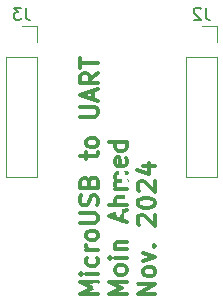
<source format=gbo>
G04 #@! TF.GenerationSoftware,KiCad,Pcbnew,8.0.4*
G04 #@! TF.CreationDate,2024-11-22T23:05:38-05:00*
G04 #@! TF.ProjectId,usb_to_uart_ft232rl,7573625f-746f-45f7-9561-72745f667432,rev?*
G04 #@! TF.SameCoordinates,Original*
G04 #@! TF.FileFunction,Legend,Bot*
G04 #@! TF.FilePolarity,Positive*
%FSLAX46Y46*%
G04 Gerber Fmt 4.6, Leading zero omitted, Abs format (unit mm)*
G04 Created by KiCad (PCBNEW 8.0.4) date 2024-11-22 23:05:38*
%MOMM*%
%LPD*%
G01*
G04 APERTURE LIST*
%ADD10C,0.300000*%
%ADD11C,0.150000*%
%ADD12C,0.120000*%
%ADD13R,1.700000X1.700000*%
%ADD14O,1.700000X1.700000*%
%ADD15C,0.600000*%
G04 APERTURE END LIST*
D10*
X106720996Y-61945489D02*
X105220996Y-61945489D01*
X105220996Y-61945489D02*
X106292425Y-61445489D01*
X106292425Y-61445489D02*
X105220996Y-60945489D01*
X105220996Y-60945489D02*
X106720996Y-60945489D01*
X106720996Y-60231203D02*
X105720996Y-60231203D01*
X105220996Y-60231203D02*
X105292425Y-60302631D01*
X105292425Y-60302631D02*
X105363853Y-60231203D01*
X105363853Y-60231203D02*
X105292425Y-60159774D01*
X105292425Y-60159774D02*
X105220996Y-60231203D01*
X105220996Y-60231203D02*
X105363853Y-60231203D01*
X106649568Y-58874060D02*
X106720996Y-59016917D01*
X106720996Y-59016917D02*
X106720996Y-59302631D01*
X106720996Y-59302631D02*
X106649568Y-59445488D01*
X106649568Y-59445488D02*
X106578139Y-59516917D01*
X106578139Y-59516917D02*
X106435282Y-59588345D01*
X106435282Y-59588345D02*
X106006710Y-59588345D01*
X106006710Y-59588345D02*
X105863853Y-59516917D01*
X105863853Y-59516917D02*
X105792425Y-59445488D01*
X105792425Y-59445488D02*
X105720996Y-59302631D01*
X105720996Y-59302631D02*
X105720996Y-59016917D01*
X105720996Y-59016917D02*
X105792425Y-58874060D01*
X106720996Y-58231203D02*
X105720996Y-58231203D01*
X106006710Y-58231203D02*
X105863853Y-58159774D01*
X105863853Y-58159774D02*
X105792425Y-58088346D01*
X105792425Y-58088346D02*
X105720996Y-57945488D01*
X105720996Y-57945488D02*
X105720996Y-57802631D01*
X106720996Y-57088346D02*
X106649568Y-57231203D01*
X106649568Y-57231203D02*
X106578139Y-57302632D01*
X106578139Y-57302632D02*
X106435282Y-57374060D01*
X106435282Y-57374060D02*
X106006710Y-57374060D01*
X106006710Y-57374060D02*
X105863853Y-57302632D01*
X105863853Y-57302632D02*
X105792425Y-57231203D01*
X105792425Y-57231203D02*
X105720996Y-57088346D01*
X105720996Y-57088346D02*
X105720996Y-56874060D01*
X105720996Y-56874060D02*
X105792425Y-56731203D01*
X105792425Y-56731203D02*
X105863853Y-56659775D01*
X105863853Y-56659775D02*
X106006710Y-56588346D01*
X106006710Y-56588346D02*
X106435282Y-56588346D01*
X106435282Y-56588346D02*
X106578139Y-56659775D01*
X106578139Y-56659775D02*
X106649568Y-56731203D01*
X106649568Y-56731203D02*
X106720996Y-56874060D01*
X106720996Y-56874060D02*
X106720996Y-57088346D01*
X105220996Y-55945489D02*
X106435282Y-55945489D01*
X106435282Y-55945489D02*
X106578139Y-55874060D01*
X106578139Y-55874060D02*
X106649568Y-55802632D01*
X106649568Y-55802632D02*
X106720996Y-55659774D01*
X106720996Y-55659774D02*
X106720996Y-55374060D01*
X106720996Y-55374060D02*
X106649568Y-55231203D01*
X106649568Y-55231203D02*
X106578139Y-55159774D01*
X106578139Y-55159774D02*
X106435282Y-55088346D01*
X106435282Y-55088346D02*
X105220996Y-55088346D01*
X106649568Y-54445488D02*
X106720996Y-54231203D01*
X106720996Y-54231203D02*
X106720996Y-53874060D01*
X106720996Y-53874060D02*
X106649568Y-53731203D01*
X106649568Y-53731203D02*
X106578139Y-53659774D01*
X106578139Y-53659774D02*
X106435282Y-53588345D01*
X106435282Y-53588345D02*
X106292425Y-53588345D01*
X106292425Y-53588345D02*
X106149568Y-53659774D01*
X106149568Y-53659774D02*
X106078139Y-53731203D01*
X106078139Y-53731203D02*
X106006710Y-53874060D01*
X106006710Y-53874060D02*
X105935282Y-54159774D01*
X105935282Y-54159774D02*
X105863853Y-54302631D01*
X105863853Y-54302631D02*
X105792425Y-54374060D01*
X105792425Y-54374060D02*
X105649568Y-54445488D01*
X105649568Y-54445488D02*
X105506710Y-54445488D01*
X105506710Y-54445488D02*
X105363853Y-54374060D01*
X105363853Y-54374060D02*
X105292425Y-54302631D01*
X105292425Y-54302631D02*
X105220996Y-54159774D01*
X105220996Y-54159774D02*
X105220996Y-53802631D01*
X105220996Y-53802631D02*
X105292425Y-53588345D01*
X105935282Y-52445489D02*
X106006710Y-52231203D01*
X106006710Y-52231203D02*
X106078139Y-52159774D01*
X106078139Y-52159774D02*
X106220996Y-52088346D01*
X106220996Y-52088346D02*
X106435282Y-52088346D01*
X106435282Y-52088346D02*
X106578139Y-52159774D01*
X106578139Y-52159774D02*
X106649568Y-52231203D01*
X106649568Y-52231203D02*
X106720996Y-52374060D01*
X106720996Y-52374060D02*
X106720996Y-52945489D01*
X106720996Y-52945489D02*
X105220996Y-52945489D01*
X105220996Y-52945489D02*
X105220996Y-52445489D01*
X105220996Y-52445489D02*
X105292425Y-52302632D01*
X105292425Y-52302632D02*
X105363853Y-52231203D01*
X105363853Y-52231203D02*
X105506710Y-52159774D01*
X105506710Y-52159774D02*
X105649568Y-52159774D01*
X105649568Y-52159774D02*
X105792425Y-52231203D01*
X105792425Y-52231203D02*
X105863853Y-52302632D01*
X105863853Y-52302632D02*
X105935282Y-52445489D01*
X105935282Y-52445489D02*
X105935282Y-52945489D01*
X105720996Y-50516917D02*
X105720996Y-49945489D01*
X105220996Y-50302632D02*
X106506710Y-50302632D01*
X106506710Y-50302632D02*
X106649568Y-50231203D01*
X106649568Y-50231203D02*
X106720996Y-50088346D01*
X106720996Y-50088346D02*
X106720996Y-49945489D01*
X106720996Y-49231203D02*
X106649568Y-49374060D01*
X106649568Y-49374060D02*
X106578139Y-49445489D01*
X106578139Y-49445489D02*
X106435282Y-49516917D01*
X106435282Y-49516917D02*
X106006710Y-49516917D01*
X106006710Y-49516917D02*
X105863853Y-49445489D01*
X105863853Y-49445489D02*
X105792425Y-49374060D01*
X105792425Y-49374060D02*
X105720996Y-49231203D01*
X105720996Y-49231203D02*
X105720996Y-49016917D01*
X105720996Y-49016917D02*
X105792425Y-48874060D01*
X105792425Y-48874060D02*
X105863853Y-48802632D01*
X105863853Y-48802632D02*
X106006710Y-48731203D01*
X106006710Y-48731203D02*
X106435282Y-48731203D01*
X106435282Y-48731203D02*
X106578139Y-48802632D01*
X106578139Y-48802632D02*
X106649568Y-48874060D01*
X106649568Y-48874060D02*
X106720996Y-49016917D01*
X106720996Y-49016917D02*
X106720996Y-49231203D01*
X105220996Y-46945489D02*
X106435282Y-46945489D01*
X106435282Y-46945489D02*
X106578139Y-46874060D01*
X106578139Y-46874060D02*
X106649568Y-46802632D01*
X106649568Y-46802632D02*
X106720996Y-46659774D01*
X106720996Y-46659774D02*
X106720996Y-46374060D01*
X106720996Y-46374060D02*
X106649568Y-46231203D01*
X106649568Y-46231203D02*
X106578139Y-46159774D01*
X106578139Y-46159774D02*
X106435282Y-46088346D01*
X106435282Y-46088346D02*
X105220996Y-46088346D01*
X106292425Y-45445488D02*
X106292425Y-44731203D01*
X106720996Y-45588345D02*
X105220996Y-45088345D01*
X105220996Y-45088345D02*
X106720996Y-44588345D01*
X106720996Y-43231203D02*
X106006710Y-43731203D01*
X106720996Y-44088346D02*
X105220996Y-44088346D01*
X105220996Y-44088346D02*
X105220996Y-43516917D01*
X105220996Y-43516917D02*
X105292425Y-43374060D01*
X105292425Y-43374060D02*
X105363853Y-43302631D01*
X105363853Y-43302631D02*
X105506710Y-43231203D01*
X105506710Y-43231203D02*
X105720996Y-43231203D01*
X105720996Y-43231203D02*
X105863853Y-43302631D01*
X105863853Y-43302631D02*
X105935282Y-43374060D01*
X105935282Y-43374060D02*
X106006710Y-43516917D01*
X106006710Y-43516917D02*
X106006710Y-44088346D01*
X105220996Y-42802631D02*
X105220996Y-41945489D01*
X106720996Y-42374060D02*
X105220996Y-42374060D01*
X109135912Y-61945489D02*
X107635912Y-61945489D01*
X107635912Y-61945489D02*
X108707341Y-61445489D01*
X108707341Y-61445489D02*
X107635912Y-60945489D01*
X107635912Y-60945489D02*
X109135912Y-60945489D01*
X109135912Y-60016917D02*
X109064484Y-60159774D01*
X109064484Y-60159774D02*
X108993055Y-60231203D01*
X108993055Y-60231203D02*
X108850198Y-60302631D01*
X108850198Y-60302631D02*
X108421626Y-60302631D01*
X108421626Y-60302631D02*
X108278769Y-60231203D01*
X108278769Y-60231203D02*
X108207341Y-60159774D01*
X108207341Y-60159774D02*
X108135912Y-60016917D01*
X108135912Y-60016917D02*
X108135912Y-59802631D01*
X108135912Y-59802631D02*
X108207341Y-59659774D01*
X108207341Y-59659774D02*
X108278769Y-59588346D01*
X108278769Y-59588346D02*
X108421626Y-59516917D01*
X108421626Y-59516917D02*
X108850198Y-59516917D01*
X108850198Y-59516917D02*
X108993055Y-59588346D01*
X108993055Y-59588346D02*
X109064484Y-59659774D01*
X109064484Y-59659774D02*
X109135912Y-59802631D01*
X109135912Y-59802631D02*
X109135912Y-60016917D01*
X109135912Y-58874060D02*
X108135912Y-58874060D01*
X107635912Y-58874060D02*
X107707341Y-58945488D01*
X107707341Y-58945488D02*
X107778769Y-58874060D01*
X107778769Y-58874060D02*
X107707341Y-58802631D01*
X107707341Y-58802631D02*
X107635912Y-58874060D01*
X107635912Y-58874060D02*
X107778769Y-58874060D01*
X108135912Y-58159774D02*
X109135912Y-58159774D01*
X108278769Y-58159774D02*
X108207341Y-58088345D01*
X108207341Y-58088345D02*
X108135912Y-57945488D01*
X108135912Y-57945488D02*
X108135912Y-57731202D01*
X108135912Y-57731202D02*
X108207341Y-57588345D01*
X108207341Y-57588345D02*
X108350198Y-57516917D01*
X108350198Y-57516917D02*
X109135912Y-57516917D01*
X108707341Y-55731202D02*
X108707341Y-55016917D01*
X109135912Y-55874059D02*
X107635912Y-55374059D01*
X107635912Y-55374059D02*
X109135912Y-54874059D01*
X109135912Y-54374060D02*
X107635912Y-54374060D01*
X109135912Y-53731203D02*
X108350198Y-53731203D01*
X108350198Y-53731203D02*
X108207341Y-53802631D01*
X108207341Y-53802631D02*
X108135912Y-53945488D01*
X108135912Y-53945488D02*
X108135912Y-54159774D01*
X108135912Y-54159774D02*
X108207341Y-54302631D01*
X108207341Y-54302631D02*
X108278769Y-54374060D01*
X109135912Y-53016917D02*
X108135912Y-53016917D01*
X108278769Y-53016917D02*
X108207341Y-52945488D01*
X108207341Y-52945488D02*
X108135912Y-52802631D01*
X108135912Y-52802631D02*
X108135912Y-52588345D01*
X108135912Y-52588345D02*
X108207341Y-52445488D01*
X108207341Y-52445488D02*
X108350198Y-52374060D01*
X108350198Y-52374060D02*
X109135912Y-52374060D01*
X108350198Y-52374060D02*
X108207341Y-52302631D01*
X108207341Y-52302631D02*
X108135912Y-52159774D01*
X108135912Y-52159774D02*
X108135912Y-51945488D01*
X108135912Y-51945488D02*
X108207341Y-51802631D01*
X108207341Y-51802631D02*
X108350198Y-51731202D01*
X108350198Y-51731202D02*
X109135912Y-51731202D01*
X109064484Y-50445488D02*
X109135912Y-50588345D01*
X109135912Y-50588345D02*
X109135912Y-50874060D01*
X109135912Y-50874060D02*
X109064484Y-51016917D01*
X109064484Y-51016917D02*
X108921626Y-51088345D01*
X108921626Y-51088345D02*
X108350198Y-51088345D01*
X108350198Y-51088345D02*
X108207341Y-51016917D01*
X108207341Y-51016917D02*
X108135912Y-50874060D01*
X108135912Y-50874060D02*
X108135912Y-50588345D01*
X108135912Y-50588345D02*
X108207341Y-50445488D01*
X108207341Y-50445488D02*
X108350198Y-50374060D01*
X108350198Y-50374060D02*
X108493055Y-50374060D01*
X108493055Y-50374060D02*
X108635912Y-51088345D01*
X109135912Y-49088346D02*
X107635912Y-49088346D01*
X109064484Y-49088346D02*
X109135912Y-49231203D01*
X109135912Y-49231203D02*
X109135912Y-49516917D01*
X109135912Y-49516917D02*
X109064484Y-49659774D01*
X109064484Y-49659774D02*
X108993055Y-49731203D01*
X108993055Y-49731203D02*
X108850198Y-49802631D01*
X108850198Y-49802631D02*
X108421626Y-49802631D01*
X108421626Y-49802631D02*
X108278769Y-49731203D01*
X108278769Y-49731203D02*
X108207341Y-49659774D01*
X108207341Y-49659774D02*
X108135912Y-49516917D01*
X108135912Y-49516917D02*
X108135912Y-49231203D01*
X108135912Y-49231203D02*
X108207341Y-49088346D01*
X111550828Y-61945489D02*
X110050828Y-61945489D01*
X110050828Y-61945489D02*
X111550828Y-61088346D01*
X111550828Y-61088346D02*
X110050828Y-61088346D01*
X111550828Y-60159774D02*
X111479400Y-60302631D01*
X111479400Y-60302631D02*
X111407971Y-60374060D01*
X111407971Y-60374060D02*
X111265114Y-60445488D01*
X111265114Y-60445488D02*
X110836542Y-60445488D01*
X110836542Y-60445488D02*
X110693685Y-60374060D01*
X110693685Y-60374060D02*
X110622257Y-60302631D01*
X110622257Y-60302631D02*
X110550828Y-60159774D01*
X110550828Y-60159774D02*
X110550828Y-59945488D01*
X110550828Y-59945488D02*
X110622257Y-59802631D01*
X110622257Y-59802631D02*
X110693685Y-59731203D01*
X110693685Y-59731203D02*
X110836542Y-59659774D01*
X110836542Y-59659774D02*
X111265114Y-59659774D01*
X111265114Y-59659774D02*
X111407971Y-59731203D01*
X111407971Y-59731203D02*
X111479400Y-59802631D01*
X111479400Y-59802631D02*
X111550828Y-59945488D01*
X111550828Y-59945488D02*
X111550828Y-60159774D01*
X110550828Y-59159774D02*
X111550828Y-58802631D01*
X111550828Y-58802631D02*
X110550828Y-58445488D01*
X111407971Y-57874060D02*
X111479400Y-57802631D01*
X111479400Y-57802631D02*
X111550828Y-57874060D01*
X111550828Y-57874060D02*
X111479400Y-57945488D01*
X111479400Y-57945488D02*
X111407971Y-57874060D01*
X111407971Y-57874060D02*
X111550828Y-57874060D01*
X110193685Y-56088345D02*
X110122257Y-56016917D01*
X110122257Y-56016917D02*
X110050828Y-55874060D01*
X110050828Y-55874060D02*
X110050828Y-55516917D01*
X110050828Y-55516917D02*
X110122257Y-55374060D01*
X110122257Y-55374060D02*
X110193685Y-55302631D01*
X110193685Y-55302631D02*
X110336542Y-55231202D01*
X110336542Y-55231202D02*
X110479400Y-55231202D01*
X110479400Y-55231202D02*
X110693685Y-55302631D01*
X110693685Y-55302631D02*
X111550828Y-56159774D01*
X111550828Y-56159774D02*
X111550828Y-55231202D01*
X110050828Y-54302631D02*
X110050828Y-54159774D01*
X110050828Y-54159774D02*
X110122257Y-54016917D01*
X110122257Y-54016917D02*
X110193685Y-53945489D01*
X110193685Y-53945489D02*
X110336542Y-53874060D01*
X110336542Y-53874060D02*
X110622257Y-53802631D01*
X110622257Y-53802631D02*
X110979400Y-53802631D01*
X110979400Y-53802631D02*
X111265114Y-53874060D01*
X111265114Y-53874060D02*
X111407971Y-53945489D01*
X111407971Y-53945489D02*
X111479400Y-54016917D01*
X111479400Y-54016917D02*
X111550828Y-54159774D01*
X111550828Y-54159774D02*
X111550828Y-54302631D01*
X111550828Y-54302631D02*
X111479400Y-54445489D01*
X111479400Y-54445489D02*
X111407971Y-54516917D01*
X111407971Y-54516917D02*
X111265114Y-54588346D01*
X111265114Y-54588346D02*
X110979400Y-54659774D01*
X110979400Y-54659774D02*
X110622257Y-54659774D01*
X110622257Y-54659774D02*
X110336542Y-54588346D01*
X110336542Y-54588346D02*
X110193685Y-54516917D01*
X110193685Y-54516917D02*
X110122257Y-54445489D01*
X110122257Y-54445489D02*
X110050828Y-54302631D01*
X110193685Y-53231203D02*
X110122257Y-53159775D01*
X110122257Y-53159775D02*
X110050828Y-53016918D01*
X110050828Y-53016918D02*
X110050828Y-52659775D01*
X110050828Y-52659775D02*
X110122257Y-52516918D01*
X110122257Y-52516918D02*
X110193685Y-52445489D01*
X110193685Y-52445489D02*
X110336542Y-52374060D01*
X110336542Y-52374060D02*
X110479400Y-52374060D01*
X110479400Y-52374060D02*
X110693685Y-52445489D01*
X110693685Y-52445489D02*
X111550828Y-53302632D01*
X111550828Y-53302632D02*
X111550828Y-52374060D01*
X110550828Y-51088347D02*
X111550828Y-51088347D01*
X109979400Y-51445489D02*
X111050828Y-51802632D01*
X111050828Y-51802632D02*
X111050828Y-50874061D01*
D11*
X100583333Y-37714819D02*
X100583333Y-38429104D01*
X100583333Y-38429104D02*
X100630952Y-38571961D01*
X100630952Y-38571961D02*
X100726190Y-38667200D01*
X100726190Y-38667200D02*
X100869047Y-38714819D01*
X100869047Y-38714819D02*
X100964285Y-38714819D01*
X100202380Y-37714819D02*
X99583333Y-37714819D01*
X99583333Y-37714819D02*
X99916666Y-38095771D01*
X99916666Y-38095771D02*
X99773809Y-38095771D01*
X99773809Y-38095771D02*
X99678571Y-38143390D01*
X99678571Y-38143390D02*
X99630952Y-38191009D01*
X99630952Y-38191009D02*
X99583333Y-38286247D01*
X99583333Y-38286247D02*
X99583333Y-38524342D01*
X99583333Y-38524342D02*
X99630952Y-38619580D01*
X99630952Y-38619580D02*
X99678571Y-38667200D01*
X99678571Y-38667200D02*
X99773809Y-38714819D01*
X99773809Y-38714819D02*
X100059523Y-38714819D01*
X100059523Y-38714819D02*
X100154761Y-38667200D01*
X100154761Y-38667200D02*
X100202380Y-38619580D01*
X115823333Y-37714819D02*
X115823333Y-38429104D01*
X115823333Y-38429104D02*
X115870952Y-38571961D01*
X115870952Y-38571961D02*
X115966190Y-38667200D01*
X115966190Y-38667200D02*
X116109047Y-38714819D01*
X116109047Y-38714819D02*
X116204285Y-38714819D01*
X115394761Y-37810057D02*
X115347142Y-37762438D01*
X115347142Y-37762438D02*
X115251904Y-37714819D01*
X115251904Y-37714819D02*
X115013809Y-37714819D01*
X115013809Y-37714819D02*
X114918571Y-37762438D01*
X114918571Y-37762438D02*
X114870952Y-37810057D01*
X114870952Y-37810057D02*
X114823333Y-37905295D01*
X114823333Y-37905295D02*
X114823333Y-38000533D01*
X114823333Y-38000533D02*
X114870952Y-38143390D01*
X114870952Y-38143390D02*
X115442380Y-38714819D01*
X115442380Y-38714819D02*
X114823333Y-38714819D01*
D12*
X100250000Y-39260000D02*
X101580000Y-39260000D01*
X101580000Y-39260000D02*
X101580000Y-40590000D01*
X101580000Y-52080000D02*
X101580000Y-41860000D01*
X98920000Y-41860000D02*
X101580000Y-41860000D01*
X98920000Y-52080000D02*
X101580000Y-52080000D01*
X98920000Y-52080000D02*
X98920000Y-41860000D01*
X115490000Y-39260000D02*
X116820000Y-39260000D01*
X116820000Y-39260000D02*
X116820000Y-40590000D01*
X116820000Y-52080000D02*
X116820000Y-41860000D01*
X114160000Y-41860000D02*
X116820000Y-41860000D01*
X114160000Y-52080000D02*
X116820000Y-52080000D01*
X114160000Y-52080000D02*
X114160000Y-41860000D01*
%LPC*%
D13*
X100250000Y-40590000D03*
D14*
X100250000Y-43130000D03*
X100250000Y-45670000D03*
X100250000Y-48210000D03*
X100250000Y-50750000D03*
D13*
X115490000Y-40590000D03*
D14*
X115490000Y-43130000D03*
X115490000Y-45670000D03*
X115490000Y-48210000D03*
X115490000Y-50750000D03*
D15*
X114500000Y-58500000D03*
X113500000Y-53500000D03*
X109750000Y-61250000D03*
X100000000Y-54750000D03*
X106500000Y-61250000D03*
X109258848Y-53650000D03*
X108500000Y-55000000D03*
X116250000Y-60750000D03*
X113750000Y-60750000D03*
X116000000Y-55000000D03*
X116000000Y-58000000D03*
X102500000Y-52250000D03*
X102500000Y-54250000D03*
X108750000Y-51750000D03*
X109000000Y-52500000D03*
%LPD*%
M02*

</source>
